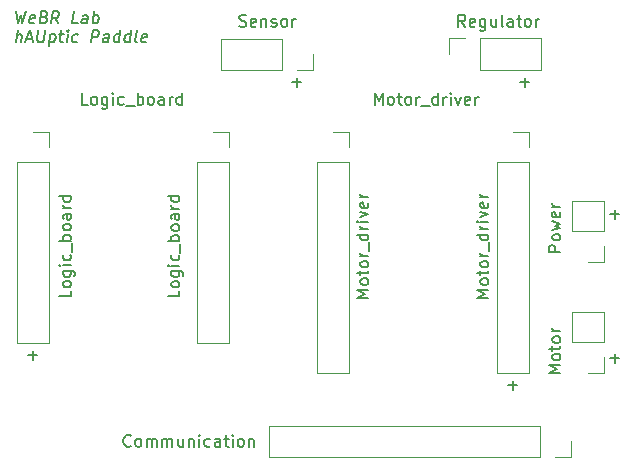
<source format=gbr>
%TF.GenerationSoftware,KiCad,Pcbnew,(6.0.5)*%
%TF.CreationDate,2022-06-20T10:47:57-05:00*%
%TF.ProjectId,hauptic_pcb,68617570-7469-4635-9f70-63622e6b6963,rev?*%
%TF.SameCoordinates,Original*%
%TF.FileFunction,Legend,Top*%
%TF.FilePolarity,Positive*%
%FSLAX46Y46*%
G04 Gerber Fmt 4.6, Leading zero omitted, Abs format (unit mm)*
G04 Created by KiCad (PCBNEW (6.0.5)) date 2022-06-20 10:47:57*
%MOMM*%
%LPD*%
G01*
G04 APERTURE LIST*
%ADD10C,0.150000*%
%ADD11C,0.120000*%
G04 APERTURE END LIST*
D10*
X125593309Y-67227380D02*
X125706404Y-68227380D01*
X125986166Y-67513095D01*
X126087357Y-68227380D01*
X126450452Y-67227380D01*
X127093309Y-68179761D02*
X126992119Y-68227380D01*
X126801642Y-68227380D01*
X126712357Y-68179761D01*
X126676642Y-68084523D01*
X126724261Y-67703571D01*
X126783785Y-67608333D01*
X126884976Y-67560714D01*
X127075452Y-67560714D01*
X127164738Y-67608333D01*
X127200452Y-67703571D01*
X127188547Y-67798809D01*
X126700452Y-67894047D01*
X127962357Y-67703571D02*
X128099261Y-67751190D01*
X128140928Y-67798809D01*
X128176642Y-67894047D01*
X128158785Y-68036904D01*
X128099261Y-68132142D01*
X128045690Y-68179761D01*
X127944500Y-68227380D01*
X127563547Y-68227380D01*
X127688547Y-67227380D01*
X128021880Y-67227380D01*
X128111166Y-67275000D01*
X128152833Y-67322619D01*
X128188547Y-67417857D01*
X128176642Y-67513095D01*
X128117119Y-67608333D01*
X128063547Y-67655952D01*
X127962357Y-67703571D01*
X127629023Y-67703571D01*
X129134976Y-68227380D02*
X128861166Y-67751190D01*
X128563547Y-68227380D02*
X128688547Y-67227380D01*
X129069500Y-67227380D01*
X129158785Y-67275000D01*
X129200452Y-67322619D01*
X129236166Y-67417857D01*
X129218309Y-67560714D01*
X129158785Y-67655952D01*
X129105214Y-67703571D01*
X129004023Y-67751190D01*
X128623071Y-67751190D01*
X130801642Y-68227380D02*
X130325452Y-68227380D01*
X130450452Y-67227380D01*
X131563547Y-68227380D02*
X131629023Y-67703571D01*
X131593309Y-67608333D01*
X131504023Y-67560714D01*
X131313547Y-67560714D01*
X131212357Y-67608333D01*
X131569500Y-68179761D02*
X131468309Y-68227380D01*
X131230214Y-68227380D01*
X131140928Y-68179761D01*
X131105214Y-68084523D01*
X131117119Y-67989285D01*
X131176642Y-67894047D01*
X131277833Y-67846428D01*
X131515928Y-67846428D01*
X131617119Y-67798809D01*
X132039738Y-68227380D02*
X132164738Y-67227380D01*
X132117119Y-67608333D02*
X132218309Y-67560714D01*
X132408785Y-67560714D01*
X132498071Y-67608333D01*
X132539738Y-67655952D01*
X132575452Y-67751190D01*
X132539738Y-68036904D01*
X132480214Y-68132142D01*
X132426642Y-68179761D01*
X132325452Y-68227380D01*
X132134976Y-68227380D01*
X132045690Y-68179761D01*
X125563547Y-69837380D02*
X125688547Y-68837380D01*
X125992119Y-69837380D02*
X126057595Y-69313571D01*
X126021880Y-69218333D01*
X125932595Y-69170714D01*
X125789738Y-69170714D01*
X125688547Y-69218333D01*
X125634976Y-69265952D01*
X126456404Y-69551666D02*
X126932595Y-69551666D01*
X126325452Y-69837380D02*
X126783785Y-68837380D01*
X126992119Y-69837380D01*
X127450452Y-68837380D02*
X127349261Y-69646904D01*
X127384976Y-69742142D01*
X127426642Y-69789761D01*
X127515928Y-69837380D01*
X127706404Y-69837380D01*
X127807595Y-69789761D01*
X127861166Y-69742142D01*
X127920690Y-69646904D01*
X128021880Y-68837380D01*
X128456404Y-69170714D02*
X128331404Y-70170714D01*
X128450452Y-69218333D02*
X128551642Y-69170714D01*
X128742119Y-69170714D01*
X128831404Y-69218333D01*
X128873071Y-69265952D01*
X128908785Y-69361190D01*
X128873071Y-69646904D01*
X128813547Y-69742142D01*
X128759976Y-69789761D01*
X128658785Y-69837380D01*
X128468309Y-69837380D01*
X128379023Y-69789761D01*
X129218309Y-69170714D02*
X129599261Y-69170714D01*
X129402833Y-68837380D02*
X129295690Y-69694523D01*
X129331404Y-69789761D01*
X129420690Y-69837380D01*
X129515928Y-69837380D01*
X129849261Y-69837380D02*
X129932595Y-69170714D01*
X129974261Y-68837380D02*
X129920690Y-68885000D01*
X129962357Y-68932619D01*
X130015928Y-68885000D01*
X129974261Y-68837380D01*
X129962357Y-68932619D01*
X130759976Y-69789761D02*
X130658785Y-69837380D01*
X130468309Y-69837380D01*
X130379023Y-69789761D01*
X130337357Y-69742142D01*
X130301642Y-69646904D01*
X130337357Y-69361190D01*
X130396880Y-69265952D01*
X130450452Y-69218333D01*
X130551642Y-69170714D01*
X130742119Y-69170714D01*
X130831404Y-69218333D01*
X131944500Y-69837380D02*
X132069500Y-68837380D01*
X132450452Y-68837380D01*
X132539738Y-68885000D01*
X132581404Y-68932619D01*
X132617119Y-69027857D01*
X132599261Y-69170714D01*
X132539738Y-69265952D01*
X132486166Y-69313571D01*
X132384976Y-69361190D01*
X132004023Y-69361190D01*
X133373071Y-69837380D02*
X133438547Y-69313571D01*
X133402833Y-69218333D01*
X133313547Y-69170714D01*
X133123071Y-69170714D01*
X133021880Y-69218333D01*
X133379023Y-69789761D02*
X133277833Y-69837380D01*
X133039738Y-69837380D01*
X132950452Y-69789761D01*
X132914738Y-69694523D01*
X132926642Y-69599285D01*
X132986166Y-69504047D01*
X133087357Y-69456428D01*
X133325452Y-69456428D01*
X133426642Y-69408809D01*
X134277833Y-69837380D02*
X134402833Y-68837380D01*
X134283785Y-69789761D02*
X134182595Y-69837380D01*
X133992119Y-69837380D01*
X133902833Y-69789761D01*
X133861166Y-69742142D01*
X133825452Y-69646904D01*
X133861166Y-69361190D01*
X133920690Y-69265952D01*
X133974261Y-69218333D01*
X134075452Y-69170714D01*
X134265928Y-69170714D01*
X134355214Y-69218333D01*
X135182595Y-69837380D02*
X135307595Y-68837380D01*
X135188547Y-69789761D02*
X135087357Y-69837380D01*
X134896880Y-69837380D01*
X134807595Y-69789761D01*
X134765928Y-69742142D01*
X134730214Y-69646904D01*
X134765928Y-69361190D01*
X134825452Y-69265952D01*
X134879023Y-69218333D01*
X134980214Y-69170714D01*
X135170690Y-69170714D01*
X135259976Y-69218333D01*
X135801642Y-69837380D02*
X135712357Y-69789761D01*
X135676642Y-69694523D01*
X135783785Y-68837380D01*
X136569500Y-69789761D02*
X136468309Y-69837380D01*
X136277833Y-69837380D01*
X136188547Y-69789761D01*
X136152833Y-69694523D01*
X136200452Y-69313571D01*
X136259976Y-69218333D01*
X136361166Y-69170714D01*
X136551642Y-69170714D01*
X136640928Y-69218333D01*
X136676642Y-69313571D01*
X136664738Y-69408809D01*
X136176642Y-69504047D01*
X175895047Y-96591428D02*
X176656952Y-96591428D01*
X176276000Y-96972380D02*
X176276000Y-96210476D01*
X131620095Y-75128380D02*
X131143904Y-75128380D01*
X131143904Y-74128380D01*
X132096285Y-75128380D02*
X132001047Y-75080761D01*
X131953428Y-75033142D01*
X131905809Y-74937904D01*
X131905809Y-74652190D01*
X131953428Y-74556952D01*
X132001047Y-74509333D01*
X132096285Y-74461714D01*
X132239142Y-74461714D01*
X132334380Y-74509333D01*
X132382000Y-74556952D01*
X132429619Y-74652190D01*
X132429619Y-74937904D01*
X132382000Y-75033142D01*
X132334380Y-75080761D01*
X132239142Y-75128380D01*
X132096285Y-75128380D01*
X133286761Y-74461714D02*
X133286761Y-75271238D01*
X133239142Y-75366476D01*
X133191523Y-75414095D01*
X133096285Y-75461714D01*
X132953428Y-75461714D01*
X132858190Y-75414095D01*
X133286761Y-75080761D02*
X133191523Y-75128380D01*
X133001047Y-75128380D01*
X132905809Y-75080761D01*
X132858190Y-75033142D01*
X132810571Y-74937904D01*
X132810571Y-74652190D01*
X132858190Y-74556952D01*
X132905809Y-74509333D01*
X133001047Y-74461714D01*
X133191523Y-74461714D01*
X133286761Y-74509333D01*
X133762952Y-75128380D02*
X133762952Y-74461714D01*
X133762952Y-74128380D02*
X133715333Y-74176000D01*
X133762952Y-74223619D01*
X133810571Y-74176000D01*
X133762952Y-74128380D01*
X133762952Y-74223619D01*
X134667714Y-75080761D02*
X134572476Y-75128380D01*
X134382000Y-75128380D01*
X134286761Y-75080761D01*
X134239142Y-75033142D01*
X134191523Y-74937904D01*
X134191523Y-74652190D01*
X134239142Y-74556952D01*
X134286761Y-74509333D01*
X134382000Y-74461714D01*
X134572476Y-74461714D01*
X134667714Y-74509333D01*
X134858190Y-75223619D02*
X135620095Y-75223619D01*
X135858190Y-75128380D02*
X135858190Y-74128380D01*
X135858190Y-74509333D02*
X135953428Y-74461714D01*
X136143904Y-74461714D01*
X136239142Y-74509333D01*
X136286761Y-74556952D01*
X136334380Y-74652190D01*
X136334380Y-74937904D01*
X136286761Y-75033142D01*
X136239142Y-75080761D01*
X136143904Y-75128380D01*
X135953428Y-75128380D01*
X135858190Y-75080761D01*
X136905809Y-75128380D02*
X136810571Y-75080761D01*
X136762952Y-75033142D01*
X136715333Y-74937904D01*
X136715333Y-74652190D01*
X136762952Y-74556952D01*
X136810571Y-74509333D01*
X136905809Y-74461714D01*
X137048666Y-74461714D01*
X137143904Y-74509333D01*
X137191523Y-74556952D01*
X137239142Y-74652190D01*
X137239142Y-74937904D01*
X137191523Y-75033142D01*
X137143904Y-75080761D01*
X137048666Y-75128380D01*
X136905809Y-75128380D01*
X138096285Y-75128380D02*
X138096285Y-74604571D01*
X138048666Y-74509333D01*
X137953428Y-74461714D01*
X137762952Y-74461714D01*
X137667714Y-74509333D01*
X138096285Y-75080761D02*
X138001047Y-75128380D01*
X137762952Y-75128380D01*
X137667714Y-75080761D01*
X137620095Y-74985523D01*
X137620095Y-74890285D01*
X137667714Y-74795047D01*
X137762952Y-74747428D01*
X138001047Y-74747428D01*
X138096285Y-74699809D01*
X138572476Y-75128380D02*
X138572476Y-74461714D01*
X138572476Y-74652190D02*
X138620095Y-74556952D01*
X138667714Y-74509333D01*
X138762952Y-74461714D01*
X138858190Y-74461714D01*
X139620095Y-75128380D02*
X139620095Y-74128380D01*
X139620095Y-75080761D02*
X139524857Y-75128380D01*
X139334380Y-75128380D01*
X139239142Y-75080761D01*
X139191523Y-75033142D01*
X139143904Y-74937904D01*
X139143904Y-74652190D01*
X139191523Y-74556952D01*
X139239142Y-74509333D01*
X139334380Y-74461714D01*
X139524857Y-74461714D01*
X139620095Y-74509333D01*
X175895047Y-84399428D02*
X176656952Y-84399428D01*
X176276000Y-84780380D02*
X176276000Y-84018476D01*
X168275047Y-73223428D02*
X169036952Y-73223428D01*
X168656000Y-73604380D02*
X168656000Y-72842476D01*
X126619047Y-96337428D02*
X127380952Y-96337428D01*
X127000000Y-96718380D02*
X127000000Y-95956476D01*
X167259047Y-98877428D02*
X168020952Y-98877428D01*
X167640000Y-99258380D02*
X167640000Y-98496476D01*
X155940666Y-75128380D02*
X155940666Y-74128380D01*
X156274000Y-74842666D01*
X156607333Y-74128380D01*
X156607333Y-75128380D01*
X157226380Y-75128380D02*
X157131142Y-75080761D01*
X157083523Y-75033142D01*
X157035904Y-74937904D01*
X157035904Y-74652190D01*
X157083523Y-74556952D01*
X157131142Y-74509333D01*
X157226380Y-74461714D01*
X157369238Y-74461714D01*
X157464476Y-74509333D01*
X157512095Y-74556952D01*
X157559714Y-74652190D01*
X157559714Y-74937904D01*
X157512095Y-75033142D01*
X157464476Y-75080761D01*
X157369238Y-75128380D01*
X157226380Y-75128380D01*
X157845428Y-74461714D02*
X158226380Y-74461714D01*
X157988285Y-74128380D02*
X157988285Y-74985523D01*
X158035904Y-75080761D01*
X158131142Y-75128380D01*
X158226380Y-75128380D01*
X158702571Y-75128380D02*
X158607333Y-75080761D01*
X158559714Y-75033142D01*
X158512095Y-74937904D01*
X158512095Y-74652190D01*
X158559714Y-74556952D01*
X158607333Y-74509333D01*
X158702571Y-74461714D01*
X158845428Y-74461714D01*
X158940666Y-74509333D01*
X158988285Y-74556952D01*
X159035904Y-74652190D01*
X159035904Y-74937904D01*
X158988285Y-75033142D01*
X158940666Y-75080761D01*
X158845428Y-75128380D01*
X158702571Y-75128380D01*
X159464476Y-75128380D02*
X159464476Y-74461714D01*
X159464476Y-74652190D02*
X159512095Y-74556952D01*
X159559714Y-74509333D01*
X159654952Y-74461714D01*
X159750190Y-74461714D01*
X159845428Y-75223619D02*
X160607333Y-75223619D01*
X161274000Y-75128380D02*
X161274000Y-74128380D01*
X161274000Y-75080761D02*
X161178761Y-75128380D01*
X160988285Y-75128380D01*
X160893047Y-75080761D01*
X160845428Y-75033142D01*
X160797809Y-74937904D01*
X160797809Y-74652190D01*
X160845428Y-74556952D01*
X160893047Y-74509333D01*
X160988285Y-74461714D01*
X161178761Y-74461714D01*
X161274000Y-74509333D01*
X161750190Y-75128380D02*
X161750190Y-74461714D01*
X161750190Y-74652190D02*
X161797809Y-74556952D01*
X161845428Y-74509333D01*
X161940666Y-74461714D01*
X162035904Y-74461714D01*
X162369238Y-75128380D02*
X162369238Y-74461714D01*
X162369238Y-74128380D02*
X162321619Y-74176000D01*
X162369238Y-74223619D01*
X162416857Y-74176000D01*
X162369238Y-74128380D01*
X162369238Y-74223619D01*
X162750190Y-74461714D02*
X162988285Y-75128380D01*
X163226380Y-74461714D01*
X163988285Y-75080761D02*
X163893047Y-75128380D01*
X163702571Y-75128380D01*
X163607333Y-75080761D01*
X163559714Y-74985523D01*
X163559714Y-74604571D01*
X163607333Y-74509333D01*
X163702571Y-74461714D01*
X163893047Y-74461714D01*
X163988285Y-74509333D01*
X164035904Y-74604571D01*
X164035904Y-74699809D01*
X163559714Y-74795047D01*
X164464476Y-75128380D02*
X164464476Y-74461714D01*
X164464476Y-74652190D02*
X164512095Y-74556952D01*
X164559714Y-74509333D01*
X164654952Y-74461714D01*
X164750190Y-74461714D01*
X148971047Y-73223428D02*
X149732952Y-73223428D01*
X149352000Y-73604380D02*
X149352000Y-72842476D01*
%TO.C,Motor_driver*%
X165552380Y-91455333D02*
X164552380Y-91455333D01*
X165266666Y-91122000D01*
X164552380Y-90788666D01*
X165552380Y-90788666D01*
X165552380Y-90169619D02*
X165504761Y-90264857D01*
X165457142Y-90312476D01*
X165361904Y-90360095D01*
X165076190Y-90360095D01*
X164980952Y-90312476D01*
X164933333Y-90264857D01*
X164885714Y-90169619D01*
X164885714Y-90026761D01*
X164933333Y-89931523D01*
X164980952Y-89883904D01*
X165076190Y-89836285D01*
X165361904Y-89836285D01*
X165457142Y-89883904D01*
X165504761Y-89931523D01*
X165552380Y-90026761D01*
X165552380Y-90169619D01*
X164885714Y-89550571D02*
X164885714Y-89169619D01*
X164552380Y-89407714D02*
X165409523Y-89407714D01*
X165504761Y-89360095D01*
X165552380Y-89264857D01*
X165552380Y-89169619D01*
X165552380Y-88693428D02*
X165504761Y-88788666D01*
X165457142Y-88836285D01*
X165361904Y-88883904D01*
X165076190Y-88883904D01*
X164980952Y-88836285D01*
X164933333Y-88788666D01*
X164885714Y-88693428D01*
X164885714Y-88550571D01*
X164933333Y-88455333D01*
X164980952Y-88407714D01*
X165076190Y-88360095D01*
X165361904Y-88360095D01*
X165457142Y-88407714D01*
X165504761Y-88455333D01*
X165552380Y-88550571D01*
X165552380Y-88693428D01*
X165552380Y-87931523D02*
X164885714Y-87931523D01*
X165076190Y-87931523D02*
X164980952Y-87883904D01*
X164933333Y-87836285D01*
X164885714Y-87741047D01*
X164885714Y-87645809D01*
X165647619Y-87550571D02*
X165647619Y-86788666D01*
X165552380Y-86122000D02*
X164552380Y-86122000D01*
X165504761Y-86122000D02*
X165552380Y-86217238D01*
X165552380Y-86407714D01*
X165504761Y-86502952D01*
X165457142Y-86550571D01*
X165361904Y-86598190D01*
X165076190Y-86598190D01*
X164980952Y-86550571D01*
X164933333Y-86502952D01*
X164885714Y-86407714D01*
X164885714Y-86217238D01*
X164933333Y-86122000D01*
X165552380Y-85645809D02*
X164885714Y-85645809D01*
X165076190Y-85645809D02*
X164980952Y-85598190D01*
X164933333Y-85550571D01*
X164885714Y-85455333D01*
X164885714Y-85360095D01*
X165552380Y-85026761D02*
X164885714Y-85026761D01*
X164552380Y-85026761D02*
X164600000Y-85074380D01*
X164647619Y-85026761D01*
X164600000Y-84979142D01*
X164552380Y-85026761D01*
X164647619Y-85026761D01*
X164885714Y-84645809D02*
X165552380Y-84407714D01*
X164885714Y-84169619D01*
X165504761Y-83407714D02*
X165552380Y-83502952D01*
X165552380Y-83693428D01*
X165504761Y-83788666D01*
X165409523Y-83836285D01*
X165028571Y-83836285D01*
X164933333Y-83788666D01*
X164885714Y-83693428D01*
X164885714Y-83502952D01*
X164933333Y-83407714D01*
X165028571Y-83360095D01*
X165123809Y-83360095D01*
X165219047Y-83836285D01*
X165552380Y-82931523D02*
X164885714Y-82931523D01*
X165076190Y-82931523D02*
X164980952Y-82883904D01*
X164933333Y-82836285D01*
X164885714Y-82741047D01*
X164885714Y-82645809D01*
X155392380Y-91455333D02*
X154392380Y-91455333D01*
X155106666Y-91122000D01*
X154392380Y-90788666D01*
X155392380Y-90788666D01*
X155392380Y-90169619D02*
X155344761Y-90264857D01*
X155297142Y-90312476D01*
X155201904Y-90360095D01*
X154916190Y-90360095D01*
X154820952Y-90312476D01*
X154773333Y-90264857D01*
X154725714Y-90169619D01*
X154725714Y-90026761D01*
X154773333Y-89931523D01*
X154820952Y-89883904D01*
X154916190Y-89836285D01*
X155201904Y-89836285D01*
X155297142Y-89883904D01*
X155344761Y-89931523D01*
X155392380Y-90026761D01*
X155392380Y-90169619D01*
X154725714Y-89550571D02*
X154725714Y-89169619D01*
X154392380Y-89407714D02*
X155249523Y-89407714D01*
X155344761Y-89360095D01*
X155392380Y-89264857D01*
X155392380Y-89169619D01*
X155392380Y-88693428D02*
X155344761Y-88788666D01*
X155297142Y-88836285D01*
X155201904Y-88883904D01*
X154916190Y-88883904D01*
X154820952Y-88836285D01*
X154773333Y-88788666D01*
X154725714Y-88693428D01*
X154725714Y-88550571D01*
X154773333Y-88455333D01*
X154820952Y-88407714D01*
X154916190Y-88360095D01*
X155201904Y-88360095D01*
X155297142Y-88407714D01*
X155344761Y-88455333D01*
X155392380Y-88550571D01*
X155392380Y-88693428D01*
X155392380Y-87931523D02*
X154725714Y-87931523D01*
X154916190Y-87931523D02*
X154820952Y-87883904D01*
X154773333Y-87836285D01*
X154725714Y-87741047D01*
X154725714Y-87645809D01*
X155487619Y-87550571D02*
X155487619Y-86788666D01*
X155392380Y-86122000D02*
X154392380Y-86122000D01*
X155344761Y-86122000D02*
X155392380Y-86217238D01*
X155392380Y-86407714D01*
X155344761Y-86502952D01*
X155297142Y-86550571D01*
X155201904Y-86598190D01*
X154916190Y-86598190D01*
X154820952Y-86550571D01*
X154773333Y-86502952D01*
X154725714Y-86407714D01*
X154725714Y-86217238D01*
X154773333Y-86122000D01*
X155392380Y-85645809D02*
X154725714Y-85645809D01*
X154916190Y-85645809D02*
X154820952Y-85598190D01*
X154773333Y-85550571D01*
X154725714Y-85455333D01*
X154725714Y-85360095D01*
X155392380Y-85026761D02*
X154725714Y-85026761D01*
X154392380Y-85026761D02*
X154440000Y-85074380D01*
X154487619Y-85026761D01*
X154440000Y-84979142D01*
X154392380Y-85026761D01*
X154487619Y-85026761D01*
X154725714Y-84645809D02*
X155392380Y-84407714D01*
X154725714Y-84169619D01*
X155344761Y-83407714D02*
X155392380Y-83502952D01*
X155392380Y-83693428D01*
X155344761Y-83788666D01*
X155249523Y-83836285D01*
X154868571Y-83836285D01*
X154773333Y-83788666D01*
X154725714Y-83693428D01*
X154725714Y-83502952D01*
X154773333Y-83407714D01*
X154868571Y-83360095D01*
X154963809Y-83360095D01*
X155059047Y-83836285D01*
X155392380Y-82931523D02*
X154725714Y-82931523D01*
X154916190Y-82931523D02*
X154820952Y-82883904D01*
X154773333Y-82836285D01*
X154725714Y-82741047D01*
X154725714Y-82645809D01*
%TO.C,Logic_board*%
X139390380Y-90883904D02*
X139390380Y-91360095D01*
X138390380Y-91360095D01*
X139390380Y-90407714D02*
X139342761Y-90502952D01*
X139295142Y-90550571D01*
X139199904Y-90598190D01*
X138914190Y-90598190D01*
X138818952Y-90550571D01*
X138771333Y-90502952D01*
X138723714Y-90407714D01*
X138723714Y-90264857D01*
X138771333Y-90169619D01*
X138818952Y-90122000D01*
X138914190Y-90074380D01*
X139199904Y-90074380D01*
X139295142Y-90122000D01*
X139342761Y-90169619D01*
X139390380Y-90264857D01*
X139390380Y-90407714D01*
X138723714Y-89217238D02*
X139533238Y-89217238D01*
X139628476Y-89264857D01*
X139676095Y-89312476D01*
X139723714Y-89407714D01*
X139723714Y-89550571D01*
X139676095Y-89645809D01*
X139342761Y-89217238D02*
X139390380Y-89312476D01*
X139390380Y-89502952D01*
X139342761Y-89598190D01*
X139295142Y-89645809D01*
X139199904Y-89693428D01*
X138914190Y-89693428D01*
X138818952Y-89645809D01*
X138771333Y-89598190D01*
X138723714Y-89502952D01*
X138723714Y-89312476D01*
X138771333Y-89217238D01*
X139390380Y-88741047D02*
X138723714Y-88741047D01*
X138390380Y-88741047D02*
X138438000Y-88788666D01*
X138485619Y-88741047D01*
X138438000Y-88693428D01*
X138390380Y-88741047D01*
X138485619Y-88741047D01*
X139342761Y-87836285D02*
X139390380Y-87931523D01*
X139390380Y-88122000D01*
X139342761Y-88217238D01*
X139295142Y-88264857D01*
X139199904Y-88312476D01*
X138914190Y-88312476D01*
X138818952Y-88264857D01*
X138771333Y-88217238D01*
X138723714Y-88122000D01*
X138723714Y-87931523D01*
X138771333Y-87836285D01*
X139485619Y-87645809D02*
X139485619Y-86883904D01*
X139390380Y-86645809D02*
X138390380Y-86645809D01*
X138771333Y-86645809D02*
X138723714Y-86550571D01*
X138723714Y-86360095D01*
X138771333Y-86264857D01*
X138818952Y-86217238D01*
X138914190Y-86169619D01*
X139199904Y-86169619D01*
X139295142Y-86217238D01*
X139342761Y-86264857D01*
X139390380Y-86360095D01*
X139390380Y-86550571D01*
X139342761Y-86645809D01*
X139390380Y-85598190D02*
X139342761Y-85693428D01*
X139295142Y-85741047D01*
X139199904Y-85788666D01*
X138914190Y-85788666D01*
X138818952Y-85741047D01*
X138771333Y-85693428D01*
X138723714Y-85598190D01*
X138723714Y-85455333D01*
X138771333Y-85360095D01*
X138818952Y-85312476D01*
X138914190Y-85264857D01*
X139199904Y-85264857D01*
X139295142Y-85312476D01*
X139342761Y-85360095D01*
X139390380Y-85455333D01*
X139390380Y-85598190D01*
X139390380Y-84407714D02*
X138866571Y-84407714D01*
X138771333Y-84455333D01*
X138723714Y-84550571D01*
X138723714Y-84741047D01*
X138771333Y-84836285D01*
X139342761Y-84407714D02*
X139390380Y-84502952D01*
X139390380Y-84741047D01*
X139342761Y-84836285D01*
X139247523Y-84883904D01*
X139152285Y-84883904D01*
X139057047Y-84836285D01*
X139009428Y-84741047D01*
X139009428Y-84502952D01*
X138961809Y-84407714D01*
X139390380Y-83931523D02*
X138723714Y-83931523D01*
X138914190Y-83931523D02*
X138818952Y-83883904D01*
X138771333Y-83836285D01*
X138723714Y-83741047D01*
X138723714Y-83645809D01*
X139390380Y-82883904D02*
X138390380Y-82883904D01*
X139342761Y-82883904D02*
X139390380Y-82979142D01*
X139390380Y-83169619D01*
X139342761Y-83264857D01*
X139295142Y-83312476D01*
X139199904Y-83360095D01*
X138914190Y-83360095D01*
X138818952Y-83312476D01*
X138771333Y-83264857D01*
X138723714Y-83169619D01*
X138723714Y-82979142D01*
X138771333Y-82883904D01*
%TO.C,Power*%
X171648380Y-87574190D02*
X170648380Y-87574190D01*
X170648380Y-87193238D01*
X170696000Y-87098000D01*
X170743619Y-87050380D01*
X170838857Y-87002761D01*
X170981714Y-87002761D01*
X171076952Y-87050380D01*
X171124571Y-87098000D01*
X171172190Y-87193238D01*
X171172190Y-87574190D01*
X171648380Y-86431333D02*
X171600761Y-86526571D01*
X171553142Y-86574190D01*
X171457904Y-86621809D01*
X171172190Y-86621809D01*
X171076952Y-86574190D01*
X171029333Y-86526571D01*
X170981714Y-86431333D01*
X170981714Y-86288476D01*
X171029333Y-86193238D01*
X171076952Y-86145619D01*
X171172190Y-86098000D01*
X171457904Y-86098000D01*
X171553142Y-86145619D01*
X171600761Y-86193238D01*
X171648380Y-86288476D01*
X171648380Y-86431333D01*
X170981714Y-85764666D02*
X171648380Y-85574190D01*
X171172190Y-85383714D01*
X171648380Y-85193238D01*
X170981714Y-85002761D01*
X171600761Y-84240857D02*
X171648380Y-84336095D01*
X171648380Y-84526571D01*
X171600761Y-84621809D01*
X171505523Y-84669428D01*
X171124571Y-84669428D01*
X171029333Y-84621809D01*
X170981714Y-84526571D01*
X170981714Y-84336095D01*
X171029333Y-84240857D01*
X171124571Y-84193238D01*
X171219809Y-84193238D01*
X171315047Y-84669428D01*
X171648380Y-83764666D02*
X170981714Y-83764666D01*
X171172190Y-83764666D02*
X171076952Y-83717047D01*
X171029333Y-83669428D01*
X170981714Y-83574190D01*
X170981714Y-83478952D01*
%TO.C,Sensor*%
X144478666Y-68476761D02*
X144621523Y-68524380D01*
X144859619Y-68524380D01*
X144954857Y-68476761D01*
X145002476Y-68429142D01*
X145050095Y-68333904D01*
X145050095Y-68238666D01*
X145002476Y-68143428D01*
X144954857Y-68095809D01*
X144859619Y-68048190D01*
X144669142Y-68000571D01*
X144573904Y-67952952D01*
X144526285Y-67905333D01*
X144478666Y-67810095D01*
X144478666Y-67714857D01*
X144526285Y-67619619D01*
X144573904Y-67572000D01*
X144669142Y-67524380D01*
X144907238Y-67524380D01*
X145050095Y-67572000D01*
X145859619Y-68476761D02*
X145764380Y-68524380D01*
X145573904Y-68524380D01*
X145478666Y-68476761D01*
X145431047Y-68381523D01*
X145431047Y-68000571D01*
X145478666Y-67905333D01*
X145573904Y-67857714D01*
X145764380Y-67857714D01*
X145859619Y-67905333D01*
X145907238Y-68000571D01*
X145907238Y-68095809D01*
X145431047Y-68191047D01*
X146335809Y-67857714D02*
X146335809Y-68524380D01*
X146335809Y-67952952D02*
X146383428Y-67905333D01*
X146478666Y-67857714D01*
X146621523Y-67857714D01*
X146716761Y-67905333D01*
X146764380Y-68000571D01*
X146764380Y-68524380D01*
X147192952Y-68476761D02*
X147288190Y-68524380D01*
X147478666Y-68524380D01*
X147573904Y-68476761D01*
X147621523Y-68381523D01*
X147621523Y-68333904D01*
X147573904Y-68238666D01*
X147478666Y-68191047D01*
X147335809Y-68191047D01*
X147240571Y-68143428D01*
X147192952Y-68048190D01*
X147192952Y-68000571D01*
X147240571Y-67905333D01*
X147335809Y-67857714D01*
X147478666Y-67857714D01*
X147573904Y-67905333D01*
X148192952Y-68524380D02*
X148097714Y-68476761D01*
X148050095Y-68429142D01*
X148002476Y-68333904D01*
X148002476Y-68048190D01*
X148050095Y-67952952D01*
X148097714Y-67905333D01*
X148192952Y-67857714D01*
X148335809Y-67857714D01*
X148431047Y-67905333D01*
X148478666Y-67952952D01*
X148526285Y-68048190D01*
X148526285Y-68333904D01*
X148478666Y-68429142D01*
X148431047Y-68476761D01*
X148335809Y-68524380D01*
X148192952Y-68524380D01*
X148954857Y-68524380D02*
X148954857Y-67857714D01*
X148954857Y-68048190D02*
X149002476Y-67952952D01*
X149050095Y-67905333D01*
X149145333Y-67857714D01*
X149240571Y-67857714D01*
%TO.C,Communication*%
X135279428Y-103989142D02*
X135231809Y-104036761D01*
X135088952Y-104084380D01*
X134993714Y-104084380D01*
X134850857Y-104036761D01*
X134755619Y-103941523D01*
X134708000Y-103846285D01*
X134660380Y-103655809D01*
X134660380Y-103512952D01*
X134708000Y-103322476D01*
X134755619Y-103227238D01*
X134850857Y-103132000D01*
X134993714Y-103084380D01*
X135088952Y-103084380D01*
X135231809Y-103132000D01*
X135279428Y-103179619D01*
X135850857Y-104084380D02*
X135755619Y-104036761D01*
X135708000Y-103989142D01*
X135660380Y-103893904D01*
X135660380Y-103608190D01*
X135708000Y-103512952D01*
X135755619Y-103465333D01*
X135850857Y-103417714D01*
X135993714Y-103417714D01*
X136088952Y-103465333D01*
X136136571Y-103512952D01*
X136184190Y-103608190D01*
X136184190Y-103893904D01*
X136136571Y-103989142D01*
X136088952Y-104036761D01*
X135993714Y-104084380D01*
X135850857Y-104084380D01*
X136612761Y-104084380D02*
X136612761Y-103417714D01*
X136612761Y-103512952D02*
X136660380Y-103465333D01*
X136755619Y-103417714D01*
X136898476Y-103417714D01*
X136993714Y-103465333D01*
X137041333Y-103560571D01*
X137041333Y-104084380D01*
X137041333Y-103560571D02*
X137088952Y-103465333D01*
X137184190Y-103417714D01*
X137327047Y-103417714D01*
X137422285Y-103465333D01*
X137469904Y-103560571D01*
X137469904Y-104084380D01*
X137946095Y-104084380D02*
X137946095Y-103417714D01*
X137946095Y-103512952D02*
X137993714Y-103465333D01*
X138088952Y-103417714D01*
X138231809Y-103417714D01*
X138327047Y-103465333D01*
X138374666Y-103560571D01*
X138374666Y-104084380D01*
X138374666Y-103560571D02*
X138422285Y-103465333D01*
X138517523Y-103417714D01*
X138660380Y-103417714D01*
X138755619Y-103465333D01*
X138803238Y-103560571D01*
X138803238Y-104084380D01*
X139708000Y-103417714D02*
X139708000Y-104084380D01*
X139279428Y-103417714D02*
X139279428Y-103941523D01*
X139327047Y-104036761D01*
X139422285Y-104084380D01*
X139565142Y-104084380D01*
X139660380Y-104036761D01*
X139708000Y-103989142D01*
X140184190Y-103417714D02*
X140184190Y-104084380D01*
X140184190Y-103512952D02*
X140231809Y-103465333D01*
X140327047Y-103417714D01*
X140469904Y-103417714D01*
X140565142Y-103465333D01*
X140612761Y-103560571D01*
X140612761Y-104084380D01*
X141088952Y-104084380D02*
X141088952Y-103417714D01*
X141088952Y-103084380D02*
X141041333Y-103132000D01*
X141088952Y-103179619D01*
X141136571Y-103132000D01*
X141088952Y-103084380D01*
X141088952Y-103179619D01*
X141993714Y-104036761D02*
X141898476Y-104084380D01*
X141708000Y-104084380D01*
X141612761Y-104036761D01*
X141565142Y-103989142D01*
X141517523Y-103893904D01*
X141517523Y-103608190D01*
X141565142Y-103512952D01*
X141612761Y-103465333D01*
X141708000Y-103417714D01*
X141898476Y-103417714D01*
X141993714Y-103465333D01*
X142850857Y-104084380D02*
X142850857Y-103560571D01*
X142803238Y-103465333D01*
X142708000Y-103417714D01*
X142517523Y-103417714D01*
X142422285Y-103465333D01*
X142850857Y-104036761D02*
X142755619Y-104084380D01*
X142517523Y-104084380D01*
X142422285Y-104036761D01*
X142374666Y-103941523D01*
X142374666Y-103846285D01*
X142422285Y-103751047D01*
X142517523Y-103703428D01*
X142755619Y-103703428D01*
X142850857Y-103655809D01*
X143184190Y-103417714D02*
X143565142Y-103417714D01*
X143327047Y-103084380D02*
X143327047Y-103941523D01*
X143374666Y-104036761D01*
X143469904Y-104084380D01*
X143565142Y-104084380D01*
X143898476Y-104084380D02*
X143898476Y-103417714D01*
X143898476Y-103084380D02*
X143850857Y-103132000D01*
X143898476Y-103179619D01*
X143946095Y-103132000D01*
X143898476Y-103084380D01*
X143898476Y-103179619D01*
X144517523Y-104084380D02*
X144422285Y-104036761D01*
X144374666Y-103989142D01*
X144327047Y-103893904D01*
X144327047Y-103608190D01*
X144374666Y-103512952D01*
X144422285Y-103465333D01*
X144517523Y-103417714D01*
X144660380Y-103417714D01*
X144755619Y-103465333D01*
X144803238Y-103512952D01*
X144850857Y-103608190D01*
X144850857Y-103893904D01*
X144803238Y-103989142D01*
X144755619Y-104036761D01*
X144660380Y-104084380D01*
X144517523Y-104084380D01*
X145279428Y-103417714D02*
X145279428Y-104084380D01*
X145279428Y-103512952D02*
X145327047Y-103465333D01*
X145422285Y-103417714D01*
X145565142Y-103417714D01*
X145660380Y-103465333D01*
X145708000Y-103560571D01*
X145708000Y-104084380D01*
%TO.C,Motor*%
X171648380Y-97845333D02*
X170648380Y-97845333D01*
X171362666Y-97512000D01*
X170648380Y-97178666D01*
X171648380Y-97178666D01*
X171648380Y-96559619D02*
X171600761Y-96654857D01*
X171553142Y-96702476D01*
X171457904Y-96750095D01*
X171172190Y-96750095D01*
X171076952Y-96702476D01*
X171029333Y-96654857D01*
X170981714Y-96559619D01*
X170981714Y-96416761D01*
X171029333Y-96321523D01*
X171076952Y-96273904D01*
X171172190Y-96226285D01*
X171457904Y-96226285D01*
X171553142Y-96273904D01*
X171600761Y-96321523D01*
X171648380Y-96416761D01*
X171648380Y-96559619D01*
X170981714Y-95940571D02*
X170981714Y-95559619D01*
X170648380Y-95797714D02*
X171505523Y-95797714D01*
X171600761Y-95750095D01*
X171648380Y-95654857D01*
X171648380Y-95559619D01*
X171648380Y-95083428D02*
X171600761Y-95178666D01*
X171553142Y-95226285D01*
X171457904Y-95273904D01*
X171172190Y-95273904D01*
X171076952Y-95226285D01*
X171029333Y-95178666D01*
X170981714Y-95083428D01*
X170981714Y-94940571D01*
X171029333Y-94845333D01*
X171076952Y-94797714D01*
X171172190Y-94750095D01*
X171457904Y-94750095D01*
X171553142Y-94797714D01*
X171600761Y-94845333D01*
X171648380Y-94940571D01*
X171648380Y-95083428D01*
X171648380Y-94321523D02*
X170981714Y-94321523D01*
X171172190Y-94321523D02*
X171076952Y-94273904D01*
X171029333Y-94226285D01*
X170981714Y-94131047D01*
X170981714Y-94035809D01*
%TO.C,Logic_board*%
X130221380Y-90863904D02*
X130221380Y-91340095D01*
X129221380Y-91340095D01*
X130221380Y-90387714D02*
X130173761Y-90482952D01*
X130126142Y-90530571D01*
X130030904Y-90578190D01*
X129745190Y-90578190D01*
X129649952Y-90530571D01*
X129602333Y-90482952D01*
X129554714Y-90387714D01*
X129554714Y-90244857D01*
X129602333Y-90149619D01*
X129649952Y-90102000D01*
X129745190Y-90054380D01*
X130030904Y-90054380D01*
X130126142Y-90102000D01*
X130173761Y-90149619D01*
X130221380Y-90244857D01*
X130221380Y-90387714D01*
X129554714Y-89197238D02*
X130364238Y-89197238D01*
X130459476Y-89244857D01*
X130507095Y-89292476D01*
X130554714Y-89387714D01*
X130554714Y-89530571D01*
X130507095Y-89625809D01*
X130173761Y-89197238D02*
X130221380Y-89292476D01*
X130221380Y-89482952D01*
X130173761Y-89578190D01*
X130126142Y-89625809D01*
X130030904Y-89673428D01*
X129745190Y-89673428D01*
X129649952Y-89625809D01*
X129602333Y-89578190D01*
X129554714Y-89482952D01*
X129554714Y-89292476D01*
X129602333Y-89197238D01*
X130221380Y-88721047D02*
X129554714Y-88721047D01*
X129221380Y-88721047D02*
X129269000Y-88768666D01*
X129316619Y-88721047D01*
X129269000Y-88673428D01*
X129221380Y-88721047D01*
X129316619Y-88721047D01*
X130173761Y-87816285D02*
X130221380Y-87911523D01*
X130221380Y-88102000D01*
X130173761Y-88197238D01*
X130126142Y-88244857D01*
X130030904Y-88292476D01*
X129745190Y-88292476D01*
X129649952Y-88244857D01*
X129602333Y-88197238D01*
X129554714Y-88102000D01*
X129554714Y-87911523D01*
X129602333Y-87816285D01*
X130316619Y-87625809D02*
X130316619Y-86863904D01*
X130221380Y-86625809D02*
X129221380Y-86625809D01*
X129602333Y-86625809D02*
X129554714Y-86530571D01*
X129554714Y-86340095D01*
X129602333Y-86244857D01*
X129649952Y-86197238D01*
X129745190Y-86149619D01*
X130030904Y-86149619D01*
X130126142Y-86197238D01*
X130173761Y-86244857D01*
X130221380Y-86340095D01*
X130221380Y-86530571D01*
X130173761Y-86625809D01*
X130221380Y-85578190D02*
X130173761Y-85673428D01*
X130126142Y-85721047D01*
X130030904Y-85768666D01*
X129745190Y-85768666D01*
X129649952Y-85721047D01*
X129602333Y-85673428D01*
X129554714Y-85578190D01*
X129554714Y-85435333D01*
X129602333Y-85340095D01*
X129649952Y-85292476D01*
X129745190Y-85244857D01*
X130030904Y-85244857D01*
X130126142Y-85292476D01*
X130173761Y-85340095D01*
X130221380Y-85435333D01*
X130221380Y-85578190D01*
X130221380Y-84387714D02*
X129697571Y-84387714D01*
X129602333Y-84435333D01*
X129554714Y-84530571D01*
X129554714Y-84721047D01*
X129602333Y-84816285D01*
X130173761Y-84387714D02*
X130221380Y-84482952D01*
X130221380Y-84721047D01*
X130173761Y-84816285D01*
X130078523Y-84863904D01*
X129983285Y-84863904D01*
X129888047Y-84816285D01*
X129840428Y-84721047D01*
X129840428Y-84482952D01*
X129792809Y-84387714D01*
X130221380Y-83911523D02*
X129554714Y-83911523D01*
X129745190Y-83911523D02*
X129649952Y-83863904D01*
X129602333Y-83816285D01*
X129554714Y-83721047D01*
X129554714Y-83625809D01*
X130221380Y-82863904D02*
X129221380Y-82863904D01*
X130173761Y-82863904D02*
X130221380Y-82959142D01*
X130221380Y-83149619D01*
X130173761Y-83244857D01*
X130126142Y-83292476D01*
X130030904Y-83340095D01*
X129745190Y-83340095D01*
X129649952Y-83292476D01*
X129602333Y-83244857D01*
X129554714Y-83149619D01*
X129554714Y-82959142D01*
X129602333Y-82863904D01*
%TO.C,Regulator*%
X163584285Y-68524380D02*
X163250952Y-68048190D01*
X163012857Y-68524380D02*
X163012857Y-67524380D01*
X163393809Y-67524380D01*
X163489047Y-67572000D01*
X163536666Y-67619619D01*
X163584285Y-67714857D01*
X163584285Y-67857714D01*
X163536666Y-67952952D01*
X163489047Y-68000571D01*
X163393809Y-68048190D01*
X163012857Y-68048190D01*
X164393809Y-68476761D02*
X164298571Y-68524380D01*
X164108095Y-68524380D01*
X164012857Y-68476761D01*
X163965238Y-68381523D01*
X163965238Y-68000571D01*
X164012857Y-67905333D01*
X164108095Y-67857714D01*
X164298571Y-67857714D01*
X164393809Y-67905333D01*
X164441428Y-68000571D01*
X164441428Y-68095809D01*
X163965238Y-68191047D01*
X165298571Y-67857714D02*
X165298571Y-68667238D01*
X165250952Y-68762476D01*
X165203333Y-68810095D01*
X165108095Y-68857714D01*
X164965238Y-68857714D01*
X164870000Y-68810095D01*
X165298571Y-68476761D02*
X165203333Y-68524380D01*
X165012857Y-68524380D01*
X164917619Y-68476761D01*
X164870000Y-68429142D01*
X164822380Y-68333904D01*
X164822380Y-68048190D01*
X164870000Y-67952952D01*
X164917619Y-67905333D01*
X165012857Y-67857714D01*
X165203333Y-67857714D01*
X165298571Y-67905333D01*
X166203333Y-67857714D02*
X166203333Y-68524380D01*
X165774761Y-67857714D02*
X165774761Y-68381523D01*
X165822380Y-68476761D01*
X165917619Y-68524380D01*
X166060476Y-68524380D01*
X166155714Y-68476761D01*
X166203333Y-68429142D01*
X166822380Y-68524380D02*
X166727142Y-68476761D01*
X166679523Y-68381523D01*
X166679523Y-67524380D01*
X167631904Y-68524380D02*
X167631904Y-68000571D01*
X167584285Y-67905333D01*
X167489047Y-67857714D01*
X167298571Y-67857714D01*
X167203333Y-67905333D01*
X167631904Y-68476761D02*
X167536666Y-68524380D01*
X167298571Y-68524380D01*
X167203333Y-68476761D01*
X167155714Y-68381523D01*
X167155714Y-68286285D01*
X167203333Y-68191047D01*
X167298571Y-68143428D01*
X167536666Y-68143428D01*
X167631904Y-68095809D01*
X167965238Y-67857714D02*
X168346190Y-67857714D01*
X168108095Y-67524380D02*
X168108095Y-68381523D01*
X168155714Y-68476761D01*
X168250952Y-68524380D01*
X168346190Y-68524380D01*
X168822380Y-68524380D02*
X168727142Y-68476761D01*
X168679523Y-68429142D01*
X168631904Y-68333904D01*
X168631904Y-68048190D01*
X168679523Y-67952952D01*
X168727142Y-67905333D01*
X168822380Y-67857714D01*
X168965238Y-67857714D01*
X169060476Y-67905333D01*
X169108095Y-67952952D01*
X169155714Y-68048190D01*
X169155714Y-68333904D01*
X169108095Y-68429142D01*
X169060476Y-68476761D01*
X168965238Y-68524380D01*
X168822380Y-68524380D01*
X169584285Y-68524380D02*
X169584285Y-67857714D01*
X169584285Y-68048190D02*
X169631904Y-67952952D01*
X169679523Y-67905333D01*
X169774761Y-67857714D01*
X169870000Y-67857714D01*
D11*
%TO.C,Motor_driver*%
X168970000Y-77410000D02*
X168970000Y-78740000D01*
X166310000Y-97850000D02*
X168970000Y-97850000D01*
X166310000Y-80010000D02*
X166310000Y-97850000D01*
X168970000Y-80010000D02*
X168970000Y-97850000D01*
X167640000Y-77410000D02*
X168970000Y-77410000D01*
X166310000Y-80010000D02*
X168970000Y-80010000D01*
X151070000Y-80010000D02*
X151070000Y-97850000D01*
X153730000Y-77410000D02*
X153730000Y-78740000D01*
X153730000Y-80010000D02*
X153730000Y-97850000D01*
X152400000Y-77410000D02*
X153730000Y-77410000D01*
X151070000Y-80010000D02*
X153730000Y-80010000D01*
X151070000Y-97850000D02*
X153730000Y-97850000D01*
%TO.C,Logic_board*%
X140910000Y-80010000D02*
X143570000Y-80010000D01*
X140910000Y-95310000D02*
X143570000Y-95310000D01*
X142240000Y-77410000D02*
X143570000Y-77410000D01*
X140910000Y-80010000D02*
X140910000Y-95310000D01*
X143570000Y-80010000D02*
X143570000Y-95310000D01*
X143570000Y-77410000D02*
X143570000Y-78740000D01*
%TO.C,Power*%
X175320000Y-87127000D02*
X175320000Y-88457000D01*
X172660000Y-85857000D02*
X172660000Y-83257000D01*
X175320000Y-85857000D02*
X172660000Y-85857000D01*
X175320000Y-88457000D02*
X173990000Y-88457000D01*
X175320000Y-83257000D02*
X172660000Y-83257000D01*
X175320000Y-85857000D02*
X175320000Y-83257000D01*
%TO.C,Sensor*%
X148082000Y-72196000D02*
X142942000Y-72196000D01*
X148082000Y-69536000D02*
X142942000Y-69536000D01*
X142942000Y-69536000D02*
X142942000Y-72196000D01*
X148082000Y-69536000D02*
X148082000Y-72196000D01*
X150682000Y-72196000D02*
X149352000Y-72196000D01*
X150682000Y-70866000D02*
X150682000Y-72196000D01*
%TO.C,Communication*%
X172526000Y-103632000D02*
X172526000Y-104962000D01*
X172526000Y-104962000D02*
X171196000Y-104962000D01*
X169926000Y-104962000D02*
X147006000Y-104962000D01*
X147006000Y-102302000D02*
X147006000Y-104962000D01*
X169926000Y-102302000D02*
X169926000Y-104962000D01*
X169926000Y-102302000D02*
X147006000Y-102302000D01*
%TO.C,Motor*%
X175320000Y-92655000D02*
X172660000Y-92655000D01*
X175320000Y-95255000D02*
X172660000Y-95255000D01*
X175320000Y-96525000D02*
X175320000Y-97855000D01*
X172660000Y-95255000D02*
X172660000Y-92655000D01*
X175320000Y-95255000D02*
X175320000Y-92655000D01*
X175320000Y-97855000D02*
X173990000Y-97855000D01*
%TO.C,Logic_board*%
X125670000Y-80010000D02*
X128330000Y-80010000D01*
X127000000Y-77410000D02*
X128330000Y-77410000D01*
X128330000Y-77410000D02*
X128330000Y-78740000D01*
X125670000Y-95310000D02*
X128330000Y-95310000D01*
X125670000Y-80010000D02*
X125670000Y-95310000D01*
X128330000Y-80010000D02*
X128330000Y-95310000D01*
%TO.C,Regulator*%
X162246000Y-69511000D02*
X163576000Y-69511000D01*
X162246000Y-70841000D02*
X162246000Y-69511000D01*
X164846000Y-72171000D02*
X164846000Y-69511000D01*
X169986000Y-72171000D02*
X169986000Y-69511000D01*
X164846000Y-72171000D02*
X169986000Y-72171000D01*
X164846000Y-69511000D02*
X169986000Y-69511000D01*
%TD*%
M02*

</source>
